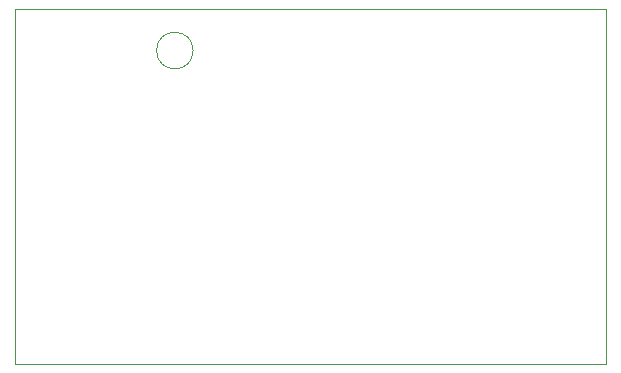
<source format=gbr>
%TF.GenerationSoftware,KiCad,Pcbnew,7.0.10*%
%TF.CreationDate,2024-08-02T12:55:58+01:00*%
%TF.ProjectId,RL78I1C_PMOD_PROG_ADAPTOR_ISO,524c3738-4931-4435-9f50-4d4f445f5052,0*%
%TF.SameCoordinates,PX5b8d800PY7997ee0*%
%TF.FileFunction,Profile,NP*%
%FSLAX46Y46*%
G04 Gerber Fmt 4.6, Leading zero omitted, Abs format (unit mm)*
G04 Created by KiCad (PCBNEW 7.0.10) date 2024-08-02 12:55:58*
%MOMM*%
%LPD*%
G01*
G04 APERTURE LIST*
%TA.AperFunction,Profile*%
%ADD10C,0.100000*%
%TD*%
G04 APERTURE END LIST*
D10*
X0Y30000000D02*
X50000000Y30000000D01*
X50000000Y0D01*
X0Y0D01*
X0Y30000000D01*
X15050000Y26500000D02*
G75*
G03*
X11950000Y26500000I-1550000J0D01*
G01*
X11950000Y26500000D02*
G75*
G03*
X15050000Y26500000I1550000J0D01*
G01*
M02*

</source>
